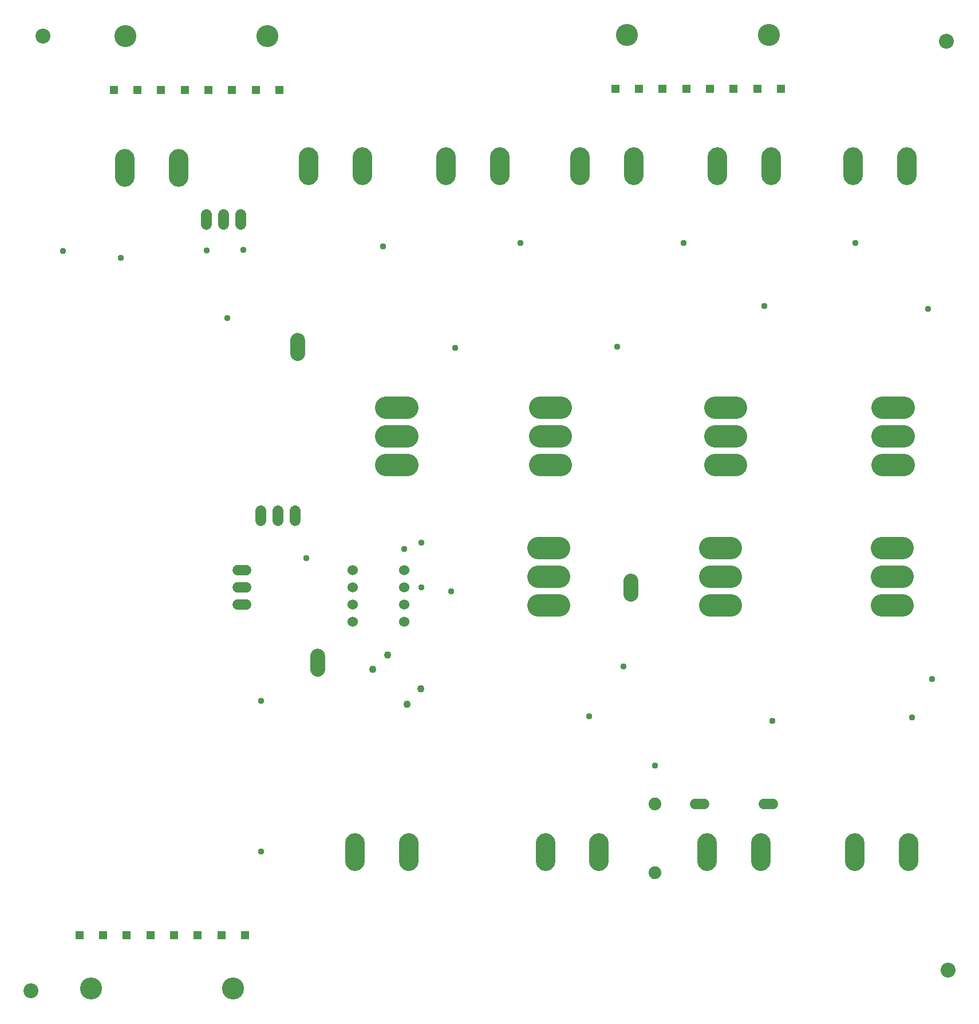
<source format=gbr>
G04 EAGLE Gerber X2 export*
%TF.Part,Single*%
%TF.FileFunction,Soldermask,Bot,1*%
%TF.FilePolarity,Negative*%
%TF.GenerationSoftware,Autodesk,EAGLE,9.1.3*%
%TF.CreationDate,2018-11-12T20:02:43Z*%
G75*
%MOMM*%
%FSLAX34Y34*%
%LPD*%
%AMOC8*
5,1,8,0,0,1.08239X$1,22.5*%
G01*
%ADD10C,2.203200*%
%ADD11C,2.903200*%
%ADD12C,1.879600*%
%ADD13C,1.524000*%
%ADD14C,3.319200*%
%ADD15C,1.524000*%
%ADD16C,2.184400*%
%ADD17R,1.311200X1.311200*%
%ADD18C,3.253200*%
%ADD19C,1.625600*%
%ADD20C,0.959600*%
%ADD21C,1.103200*%


D10*
X146800Y1226000D03*
X128400Y-184200D03*
X1482800Y1218800D03*
X1485200Y-154000D03*
D11*
X968770Y6700D02*
X968770Y33700D01*
X889770Y33700D02*
X889770Y6700D01*
X1426340Y6700D02*
X1426340Y33700D01*
X1347340Y33700D02*
X1347340Y6700D01*
X1207900Y6700D02*
X1207900Y33700D01*
X1128900Y33700D02*
X1128900Y6700D01*
X742820Y1020400D02*
X742820Y1047400D01*
X821820Y1047400D02*
X821820Y1020400D01*
X940940Y1020400D02*
X940940Y1047400D01*
X1019940Y1047400D02*
X1019940Y1020400D01*
X539620Y1020400D02*
X539620Y1047400D01*
X618620Y1047400D02*
X618620Y1020400D01*
X1144140Y1020400D02*
X1144140Y1047400D01*
X1223140Y1047400D02*
X1223140Y1020400D01*
X1344800Y1020400D02*
X1344800Y1047400D01*
X1423800Y1047400D02*
X1423800Y1020400D01*
D12*
X1051290Y91280D03*
X1051290Y-10320D03*
D13*
X1110996Y91440D02*
X1124204Y91440D01*
X1212596Y91440D02*
X1225804Y91440D01*
D14*
X1387770Y592510D02*
X1418930Y592510D01*
X1418930Y635000D02*
X1387770Y635000D01*
X1387770Y677490D02*
X1418930Y677490D01*
X684870Y592510D02*
X653710Y592510D01*
X653710Y635000D02*
X684870Y635000D01*
X684870Y677490D02*
X653710Y677490D01*
X881040Y592510D02*
X912200Y592510D01*
X912200Y635000D02*
X881040Y635000D01*
X881040Y677490D02*
X912200Y677490D01*
D11*
X687200Y33700D02*
X687200Y6700D01*
X608200Y6700D02*
X608200Y33700D01*
D14*
X1132500Y470480D02*
X1163660Y470480D01*
X1163660Y427990D02*
X1132500Y427990D01*
X1132500Y385500D02*
X1163660Y385500D01*
X1171280Y592510D02*
X1140120Y592510D01*
X1140120Y635000D02*
X1171280Y635000D01*
X1171280Y677490D02*
X1140120Y677490D01*
D11*
X267840Y1017860D02*
X267840Y1044860D01*
X346840Y1044860D02*
X346840Y1017860D01*
D13*
X434076Y385870D02*
X447284Y385870D01*
X447284Y436670D02*
X434076Y436670D01*
X434076Y411270D02*
X447284Y411270D01*
D15*
X680720Y360680D03*
X680720Y386080D03*
X604520Y386080D03*
X604520Y360680D03*
X680720Y411480D03*
X680720Y436880D03*
X604520Y411480D03*
X604520Y436880D03*
D16*
X523240Y757174D02*
X523240Y776986D01*
X1016000Y421386D02*
X1016000Y401574D01*
X552540Y310136D02*
X552540Y290324D01*
D14*
X1386500Y385500D02*
X1417660Y385500D01*
X1417660Y427990D02*
X1386500Y427990D01*
X1386500Y470480D02*
X1417660Y470480D01*
X909660Y385500D02*
X878500Y385500D01*
X878500Y427990D02*
X909660Y427990D01*
X909660Y470480D02*
X878500Y470480D01*
D17*
X200280Y-102080D03*
X235280Y-102080D03*
X270280Y-102080D03*
X305280Y-102080D03*
X340280Y-102080D03*
X375280Y-102080D03*
X410280Y-102080D03*
X445280Y-102080D03*
D18*
X217800Y-181180D03*
X427800Y-181180D03*
D17*
X251080Y1146795D03*
X286080Y1146795D03*
X321080Y1146795D03*
X356080Y1146795D03*
X391080Y1146795D03*
X426080Y1146795D03*
X461080Y1146795D03*
X496080Y1146795D03*
D18*
X268600Y1225895D03*
X478600Y1225895D03*
D17*
X992760Y1148560D03*
X1027760Y1148560D03*
X1062760Y1148560D03*
X1097760Y1148560D03*
X1132760Y1148560D03*
X1167760Y1148560D03*
X1202760Y1148560D03*
X1237760Y1148560D03*
D18*
X1010280Y1227660D03*
X1220280Y1227660D03*
D19*
X468280Y524952D02*
X468280Y510728D01*
X493680Y510728D02*
X493680Y524952D01*
X519080Y524952D02*
X519080Y510728D01*
X438430Y948598D02*
X438430Y962822D01*
X413030Y962822D02*
X413030Y948598D01*
X387630Y948598D02*
X387630Y962822D01*
D20*
X1461200Y276400D03*
X1213000Y827800D03*
X1455600Y823200D03*
X755600Y765600D03*
X995600Y767600D03*
X419200Y810000D03*
X175800Y908800D03*
X852400Y920600D03*
X649000Y915600D03*
X1347800Y920400D03*
X1431400Y219400D03*
X1224800Y214400D03*
X954200Y221000D03*
X442400Y910600D03*
X1094200Y920400D03*
X1004800Y295000D03*
X1051400Y148000D03*
X388800Y909800D03*
D21*
X634000Y290200D03*
X685000Y239200D03*
X655800Y311400D03*
X705400Y261800D03*
D20*
X680800Y468000D03*
X750200Y405800D03*
X536000Y454800D03*
X261400Y898400D03*
X706120Y411480D03*
X706120Y477520D03*
X468880Y21700D03*
X468800Y244000D03*
M02*

</source>
